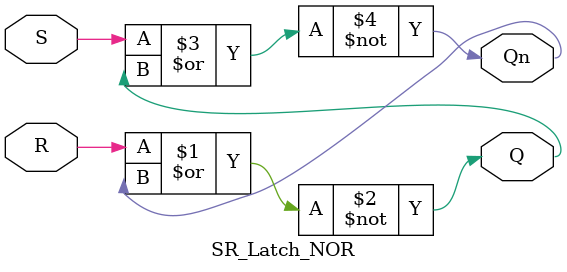
<source format=v>
module SR_Latch_NOR(S,R,Q,Qn);
 input S,R;
 output Q,Qn;

 nor gate1 (Q,R,Qn);
 nor gate2 (Qn,S,Q);

endmodule 

</source>
